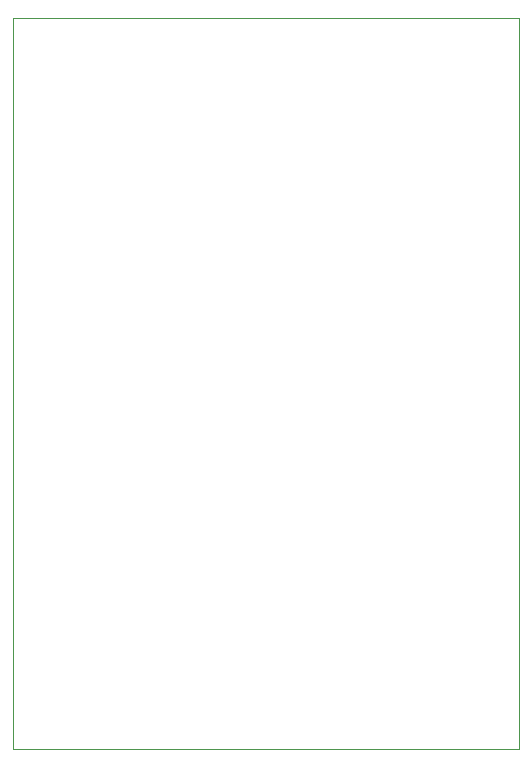
<source format=gbr>
%TF.GenerationSoftware,KiCad,Pcbnew,9.0.3*%
%TF.CreationDate,2025-07-13T23:11:11-04:00*%
%TF.ProjectId,Hackapad,4861636b-6170-4616-942e-6b696361645f,rev?*%
%TF.SameCoordinates,Original*%
%TF.FileFunction,Profile,NP*%
%FSLAX46Y46*%
G04 Gerber Fmt 4.6, Leading zero omitted, Abs format (unit mm)*
G04 Created by KiCad (PCBNEW 9.0.3) date 2025-07-13 23:11:11*
%MOMM*%
%LPD*%
G01*
G04 APERTURE LIST*
%TA.AperFunction,Profile*%
%ADD10C,0.050000*%
%TD*%
G04 APERTURE END LIST*
D10*
X50006250Y-26193750D02*
X92868750Y-26193750D01*
X92868750Y-88106250D01*
X50006250Y-88106250D01*
X50006250Y-26193750D01*
M02*

</source>
